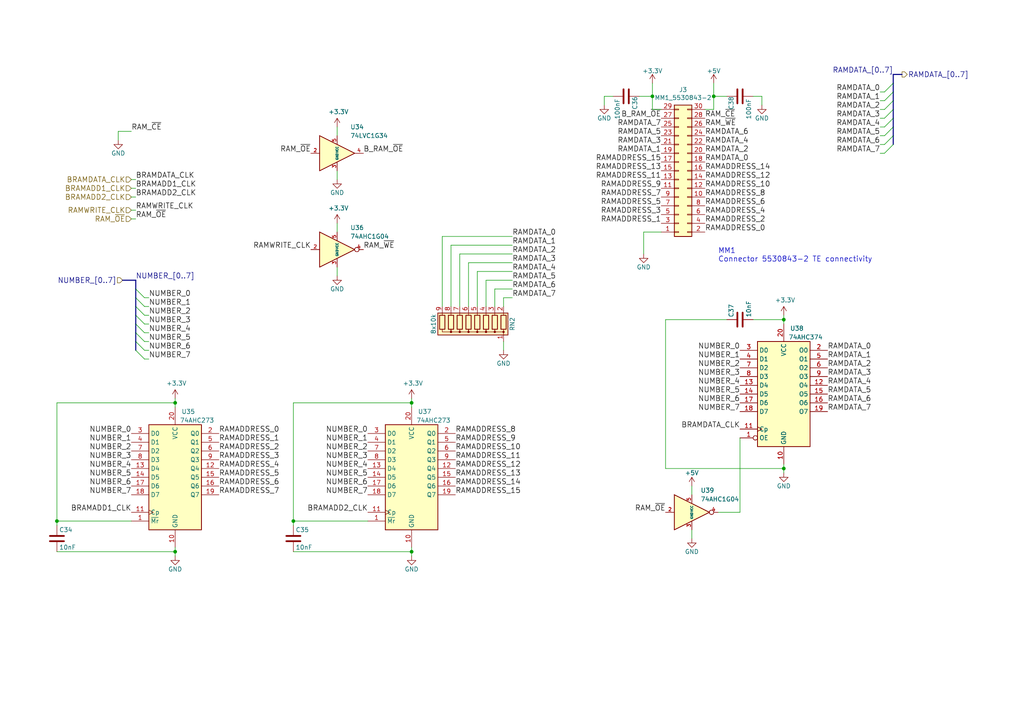
<source format=kicad_sch>
(kicad_sch (version 20211123) (generator eeschema)
  (paper "A4")
  (title_block (title "GP8B") (date "2022-07-08") (rev "V6.0") (company "Guillaume Guillet") (comment 1 "Copyright Guillaume Guillet 2022") (comment 2 "Licensed under CERN-OHL-W v2 or later"))
  (lib_symbols
    (symbol "74xx:74AHC273"
      (property "Reference" "U" (at -7.62 16.51 0))
      (property "Value" "74AHC273" (at -7.62 -16.51 0))
      (symbol "74AHC273_1_0"
        (pin input line (at -12.7 -12.7 0) (length 5.08) (name "~{Mr}") (number "1"))
        (pin power_in line (at 0 -20.32 90) (length 5.08) (name "GND") (number "10"))
        (pin input clock (at -12.7 -10.16 0) (length 5.08) (name "Cp") (number "11"))
        (pin output line (at 12.7 2.54 180) (length 5.08) (name "Q4") (number "12"))
        (pin input line (at -12.7 2.54 0) (length 5.08) (name "D4") (number "13"))
        (pin input line (at -12.7 0 0) (length 5.08) (name "D5") (number "14"))
        (pin output line (at 12.7 0 180) (length 5.08) (name "Q5") (number "15"))
        (pin output line (at 12.7 -2.54 180) (length 5.08) (name "Q6") (number "16"))
        (pin input line (at -12.7 -2.54 0) (length 5.08) (name "D6") (number "17"))
        (pin input line (at -12.7 -5.08 0) (length 5.08) (name "D7") (number "18"))
        (pin output line (at 12.7 -5.08 180) (length 5.08) (name "Q7") (number "19"))
        (pin output line (at 12.7 12.7 180) (length 5.08) (name "Q0") (number "2"))
        (pin power_in line (at 0 20.32 270) (length 5.08) (name "VCC") (number "20"))
        (pin input line (at -12.7 12.7 0) (length 5.08) (name "D0") (number "3"))
        (pin input line (at -12.7 10.16 0) (length 5.08) (name "D1") (number "4"))
        (pin output line (at 12.7 10.16 180) (length 5.08) (name "Q1") (number "5"))
        (pin output line (at 12.7 7.62 180) (length 5.08) (name "Q2") (number "6"))
        (pin input line (at -12.7 7.62 0) (length 5.08) (name "D2") (number "7"))
        (pin input line (at -12.7 5.08 0) (length 5.08) (name "D3") (number "8"))
        (pin output line (at 12.7 5.08 180) (length 5.08) (name "Q3") (number "9"))
      )
      (symbol "74AHC273_1_1"
        (rectangle (start -7.62 15.24) (end 7.62 -15.24) (stroke (width 0.254)) (fill (type background)))
      )
    )
    (symbol "74xx:74AHC374"
      (property "Reference" "U" (at -7.62 16.51 0))
      (property "Value" "74AHC374" (at -7.62 -16.51 0))
      (symbol "74AHC374_1_0"
        (pin input inverted (at -12.7 -12.7 0) (length 5.08) (name "OE") (number "1"))
        (pin power_in line (at 0 -20.32 90) (length 5.08) (name "GND") (number "10"))
        (pin input clock (at -12.7 -10.16 0) (length 5.08) (name "Cp") (number "11"))
        (pin tri_state line (at 12.7 2.54 180) (length 5.08) (name "O4") (number "12"))
        (pin input line (at -12.7 2.54 0) (length 5.08) (name "D4") (number "13"))
        (pin input line (at -12.7 0 0) (length 5.08) (name "D5") (number "14"))
        (pin tri_state line (at 12.7 0 180) (length 5.08) (name "O5") (number "15"))
        (pin tri_state line (at 12.7 -2.54 180) (length 5.08) (name "O6") (number "16"))
        (pin input line (at -12.7 -2.54 0) (length 5.08) (name "D6") (number "17"))
        (pin input line (at -12.7 -5.08 0) (length 5.08) (name "D7") (number "18"))
        (pin tri_state line (at 12.7 -5.08 180) (length 5.08) (name "O7") (number "19"))
        (pin tri_state line (at 12.7 12.7 180) (length 5.08) (name "O0") (number "2"))
        (pin power_in line (at 0 20.32 270) (length 5.08) (name "VCC") (number "20"))
        (pin input line (at -12.7 12.7 0) (length 5.08) (name "D0") (number "3"))
        (pin input line (at -12.7 10.16 0) (length 5.08) (name "D1") (number "4"))
        (pin tri_state line (at 12.7 10.16 180) (length 5.08) (name "O1") (number "5"))
        (pin tri_state line (at 12.7 7.62 180) (length 5.08) (name "O2") (number "6"))
        (pin input line (at -12.7 7.62 0) (length 5.08) (name "D2") (number "7"))
        (pin input line (at -12.7 5.08 0) (length 5.08) (name "D3") (number "8"))
        (pin tri_state line (at 12.7 5.08 180) (length 5.08) (name "O3") (number "9"))
      )
      (symbol "74AHC374_1_1"
        (rectangle (start -7.62 15.24) (end 7.62 -15.24) (stroke (width 0.254)) (fill (type background)))
      )
    )
    (symbol "Connector_Generic:Conn_02x15_Odd_Even" (pin_names (offset 1.016) hide)
      (property "Reference" "J" (at 1.27 20.32 0))
      (property "Value" "Conn_02x15_Odd_Even" (at 1.27 -20.32 0))
      (symbol "Conn_02x15_Odd_Even_1_1"
        (rectangle (start -1.27 -17.653) (end 0 -17.907) (stroke (width 0.1524)))
        (rectangle (start -1.27 -15.113) (end 0 -15.367) (stroke (width 0.1524)))
        (rectangle (start -1.27 -12.573) (end 0 -12.827) (stroke (width 0.1524)))
        (rectangle (start -1.27 -10.033) (end 0 -10.287) (stroke (width 0.1524)))
        (rectangle (start -1.27 -7.493) (end 0 -7.747) (stroke (width 0.1524)))
        (rectangle (start -1.27 -4.953) (end 0 -5.207) (stroke (width 0.1524)))
        (rectangle (start -1.27 -2.413) (end 0 -2.667) (stroke (width 0.1524)))
        (rectangle (start -1.27 0.127) (end 0 -0.127) (stroke (width 0.1524)))
        (rectangle (start -1.27 2.667) (end 0 2.413) (stroke (width 0.1524)))
        (rectangle (start -1.27 5.207) (end 0 4.953) (stroke (width 0.1524)))
        (rectangle (start -1.27 7.747) (end 0 7.493) (stroke (width 0.1524)))
        (rectangle (start -1.27 10.287) (end 0 10.033) (stroke (width 0.1524)))
        (rectangle (start -1.27 12.827) (end 0 12.573) (stroke (width 0.1524)))
        (rectangle (start -1.27 15.367) (end 0 15.113) (stroke (width 0.1524)))
        (rectangle (start -1.27 17.907) (end 0 17.653) (stroke (width 0.1524)))
        (rectangle (start -1.27 19.05) (end 3.81 -19.05) (stroke (width 0.254)) (fill (type background)))
        (rectangle (start 3.81 -17.653) (end 2.54 -17.907) (stroke (width 0.1524)))
        (rectangle (start 3.81 -15.113) (end 2.54 -15.367) (stroke (width 0.1524)))
        (rectangle (start 3.81 -12.573) (end 2.54 -12.827) (stroke (width 0.1524)))
        (rectangle (start 3.81 -10.033) (end 2.54 -10.287) (stroke (width 0.1524)))
        (rectangle (start 3.81 -7.493) (end 2.54 -7.747) (stroke (width 0.1524)))
        (rectangle (start 3.81 -4.953) (end 2.54 -5.207) (stroke (width 0.1524)))
        (rectangle (start 3.81 -2.413) (end 2.54 -2.667) (stroke (width 0.1524)))
        (rectangle (start 3.81 0.127) (end 2.54 -0.127) (stroke (width 0.1524)))
        (rectangle (start 3.81 2.667) (end 2.54 2.413) (stroke (width 0.1524)))
        (rectangle (start 3.81 5.207) (end 2.54 4.953) (stroke (width 0.1524)))
        (rectangle (start 3.81 7.747) (end 2.54 7.493) (stroke (width 0.1524)))
        (rectangle (start 3.81 10.287) (end 2.54 10.033) (stroke (width 0.1524)))
        (rectangle (start 3.81 12.827) (end 2.54 12.573) (stroke (width 0.1524)))
        (rectangle (start 3.81 15.367) (end 2.54 15.113) (stroke (width 0.1524)))
        (rectangle (start 3.81 17.907) (end 2.54 17.653) (stroke (width 0.1524)))
        (pin passive line (at -5.08 17.78 0) (length 3.81) (name "Pin_1") (number "1"))
        (pin passive line (at 7.62 7.62 180) (length 3.81) (name "Pin_10") (number "10"))
        (pin passive line (at -5.08 5.08 0) (length 3.81) (name "Pin_11") (number "11"))
        (pin passive line (at 7.62 5.08 180) (length 3.81) (name "Pin_12") (number "12"))
        (pin passive line (at -5.08 2.54 0) (length 3.81) (name "Pin_13") (number "13"))
        (pin passive line (at 7.62 2.54 180) (length 3.81) (name "Pin_14") (number "14"))
        (pin passive line (at -5.08 0 0) (length 3.81) (name "Pin_15") (number "15"))
        (pin passive line (at 7.62 0 180) (length 3.81) (name "Pin_16") (number "16"))
        (pin passive line (at -5.08 -2.54 0) (length 3.81) (name "Pin_17") (number "17"))
        (pin passive line (at 7.62 -2.54 180) (length 3.81) (name "Pin_18") (number "18"))
        (pin passive line (at -5.08 -5.08 0) (length 3.81) (name "Pin_19") (number "19"))
        (pin passive line (at 7.62 17.78 180) (length 3.81) (name "Pin_2") (number "2"))
        (pin passive line (at 7.62 -5.08 180) (length 3.81) (name "Pin_20") (number "20"))
        (pin passive line (at -5.08 -7.62 0) (length 3.81) (name "Pin_21") (number "21"))
        (pin passive line (at 7.62 -7.62 180) (length 3.81) (name "Pin_22") (number "22"))
        (pin passive line (at -5.08 -10.16 0) (length 3.81) (name "Pin_23") (number "23"))
        (pin passive line (at 7.62 -10.16 180) (length 3.81) (name "Pin_24") (number "24"))
        (pin passive line (at -5.08 -12.7 0) (length 3.81) (name "Pin_25") (number "25"))
        (pin passive line (at 7.62 -12.7 180) (length 3.81) (name "Pin_26") (number "26"))
        (pin passive line (at -5.08 -15.24 0) (length 3.81) (name "Pin_27") (number "27"))
        (pin passive line (at 7.62 -15.24 180) (length 3.81) (name "Pin_28") (number "28"))
        (pin passive line (at -5.08 -17.78 0) (length 3.81) (name "Pin_29") (number "29"))
        (pin passive line (at -5.08 15.24 0) (length 3.81) (name "Pin_3") (number "3"))
        (pin passive line (at 7.62 -17.78 180) (length 3.81) (name "Pin_30") (number "30"))
        (pin passive line (at 7.62 15.24 180) (length 3.81) (name "Pin_4") (number "4"))
        (pin passive line (at -5.08 12.7 0) (length 3.81) (name "Pin_5") (number "5"))
        (pin passive line (at 7.62 12.7 180) (length 3.81) (name "Pin_6") (number "6"))
        (pin passive line (at -5.08 10.16 0) (length 3.81) (name "Pin_7") (number "7"))
        (pin passive line (at 7.62 10.16 180) (length 3.81) (name "Pin_8") (number "8"))
        (pin passive line (at -5.08 7.62 0) (length 3.81) (name "Pin_9") (number "9"))
      )
    )
    (symbol "Custom:74AHC1G04"
      (property "Reference" "U" (at -5.08 7.62 0))
      (property "Value" "74AHC1G04" (at 7.62 7.62 0))
      (symbol "74AHC1G04_0_1"
        (polyline (pts (xy -5.08 5.08) (xy -5.08 -5.08) (xy 5.08 0) (xy -5.08 5.08)) (stroke (width 0.254)) (fill (type background)))
      )
      (symbol "74AHC1G04_1_1"
        (pin input line (at -7.62 0 0) (length 2.54) (name "~") (number "2"))
        (pin power_in line (at 0 -5.08 90) (length 2.54) (name "GND") (number "3"))
        (pin output inverted (at 7.62 0 180) (length 2.54) (name "~") (number "4"))
        (pin power_in line (at 0 5.08 270) (length 2.54) (name "VCC") (number "5"))
      )
    )
    (symbol "Custom:74LVC1G34"
      (property "Reference" "U" (at -5.08 7.62 0))
      (property "Value" "74LVC1G34" (at 7.62 7.62 0))
      (symbol "74LVC1G34_1_1"
        (polyline (pts (xy -5.08 5.08) (xy -5.08 -5.08) (xy 5.08 0) (xy -5.08 5.08)) (stroke (width 0.254)) (fill (type background)))
        (pin input line (at -7.62 0 0) (length 2.54) (name "~") (number "2"))
        (pin power_in line (at 0 -5.08 90) (length 2.54) (name "GND") (number "3"))
        (pin output line (at 7.62 0 180) (length 2.54) (name "~") (number "4"))
        (pin power_in line (at 0 5.08 270) (length 2.54) (name "VCC") (number "5"))
      )
    )
    (symbol "Device:C" (pin_numbers hide) (pin_names (offset 0.254))
      (property "Reference" "C" (at 0.635 2.54 0))
      (property "Value" "C" (at 0.635 -2.54 0))
      (symbol "C_0_1"
        (polyline (pts (xy -2.032 -0.762) (xy 2.032 -0.762)) (stroke (width 0.508)))
        (polyline (pts (xy -2.032 0.762) (xy 2.032 0.762)) (stroke (width 0.508)))
      )
      (symbol "C_1_1"
        (pin passive line (at 0 3.81 270) (length 2.794) (name "~") (number "1"))
        (pin passive line (at 0 -3.81 90) (length 2.794) (name "~") (number "2"))
      )
    )
    (symbol "Device:R_Network08" (pin_names (offset 0) hide)
      (property "Reference" "RN" (at -12.7 0 90))
      (property "Value" "R_Network08" (at 10.16 0 90))
      (symbol "R_Network08_0_1"
        (rectangle (start -11.43 -3.175) (end 8.89 3.175) (stroke (width 0.254)) (fill (type background)))
        (rectangle (start -10.922 1.524) (end -9.398 -2.54) (stroke (width 0.254)))
        (circle (center -10.16 2.286) (radius 0.254) (fill (type outline)))
        (rectangle (start -8.382 1.524) (end -6.858 -2.54) (stroke (width 0.254)))
        (circle (center -7.62 2.286) (radius 0.254) (fill (type outline)))
        (rectangle (start -5.842 1.524) (end -4.318 -2.54) (stroke (width 0.254)))
        (circle (center -5.08 2.286) (radius 0.254) (fill (type outline)))
        (rectangle (start -3.302 1.524) (end -1.778 -2.54) (stroke (width 0.254)))
        (circle (center -2.54 2.286) (radius 0.254) (fill (type outline)))
        (rectangle (start -0.762 1.524) (end 0.762 -2.54) (stroke (width 0.254)))
        (polyline (pts (xy -10.16 -2.54) (xy -10.16 -3.81)))
        (polyline (pts (xy -7.62 -2.54) (xy -7.62 -3.81)))
        (polyline (pts (xy -5.08 -2.54) (xy -5.08 -3.81)))
        (polyline (pts (xy -2.54 -2.54) (xy -2.54 -3.81)))
        (polyline (pts (xy 0 -2.54) (xy 0 -3.81)))
        (polyline (pts (xy 2.54 -2.54) (xy 2.54 -3.81)))
        (polyline (pts (xy 5.08 -2.54) (xy 5.08 -3.81)))
        (polyline (pts (xy 7.62 -2.54) (xy 7.62 -3.81)))
        (polyline (pts (xy -10.16 1.524) (xy -10.16 2.286) (xy -7.62 2.286) (xy -7.62 1.524)))
        (polyline (pts (xy -7.62 1.524) (xy -7.62 2.286) (xy -5.08 2.286) (xy -5.08 1.524)))
        (polyline (pts (xy -5.08 1.524) (xy -5.08 2.286) (xy -2.54 2.286) (xy -2.54 1.524)))
        (polyline (pts (xy -2.54 1.524) (xy -2.54 2.286) (xy 0 2.286) (xy 0 1.524)))
        (polyline (pts (xy 0 1.524) (xy 0 2.286) (xy 2.54 2.286) (xy 2.54 1.524)))
        (polyline (pts (xy 2.54 1.524) (xy 2.54 2.286) (xy 5.08 2.286) (xy 5.08 1.524)))
        (polyline (pts (xy 5.08 1.524) (xy 5.08 2.286) (xy 7.62 2.286) (xy 7.62 1.524)))
        (circle (center 0 2.286) (radius 0.254) (fill (type outline)))
        (rectangle (start 1.778 1.524) (end 3.302 -2.54) (stroke (width 0.254)))
        (circle (center 2.54 2.286) (radius 0.254) (fill (type outline)))
        (rectangle (start 4.318 1.524) (end 5.842 -2.54) (stroke (width 0.254)))
        (circle (center 5.08 2.286) (radius 0.254) (fill (type outline)))
        (rectangle (start 6.858 1.524) (end 8.382 -2.54) (stroke (width 0.254)))
      )
      (symbol "R_Network08_1_1"
        (pin passive line (at -10.16 5.08 270) (length 2.54) (name "common") (number "1"))
        (pin passive line (at -10.16 -5.08 90) (length 1.27) (name "R1") (number "2"))
        (pin passive line (at -7.62 -5.08 90) (length 1.27) (name "R2") (number "3"))
        (pin passive line (at -5.08 -5.08 90) (length 1.27) (name "R3") (number "4"))
        (pin passive line (at -2.54 -5.08 90) (length 1.27) (name "R4") (number "5"))
        (pin passive line (at 0 -5.08 90) (length 1.27) (name "R5") (number "6"))
        (pin passive line (at 2.54 -5.08 90) (length 1.27) (name "R6") (number "7"))
        (pin passive line (at 5.08 -5.08 90) (length 1.27) (name "R7") (number "8"))
        (pin passive line (at 7.62 -5.08 90) (length 1.27) (name "R8") (number "9"))
      )
    )
    (symbol "power:+3.3V" (power) (pin_names (offset 0))
      (property "Value" "+3.3V" (at 0 3.556 0))
      (symbol "+3.3V_0_1"
        (polyline (pts (xy -0.762 1.27) (xy 0 2.54)))
        (polyline (pts (xy 0 0) (xy 0 2.54)))
        (polyline (pts (xy 0 2.54) (xy 0.762 1.27)))
      )
      (symbol "+3.3V_1_1"
        (pin power_in line (at 0 0 90) (length 0) hide (name "+3.3V") (number "1"))
      )
    )
    (symbol "power:+5V" (power) (pin_names (offset 0))
      (property "Value" "+5V" (at 0 3.556 0))
      (symbol "+5V_0_1"
        (polyline (pts (xy -0.762 1.27) (xy 0 2.54)))
        (polyline (pts (xy 0 0) (xy 0 2.54)))
        (polyline (pts (xy 0 2.54) (xy 0.762 1.27)))
      )
      (symbol "+5V_1_1"
        (pin power_in line (at 0 0 90) (length 0) hide (name "+5V") (number "1"))
      )
    )
    (symbol "power:GND" (power) (pin_names (offset 0))
      (property "Value" "GND" (at 0 -3.81 0))
      (symbol "GND_0_1"
        (polyline (pts (xy 0 0) (xy 0 -1.27) (xy 1.27 -1.27) (xy 0 -2.54) (xy -1.27 -1.27) (xy 0 -1.27)))
      )
      (symbol "GND_1_1"
        (pin power_in line (at 0 0 270) (length 0) hide (name "GND") (number "1"))
      )
    )
  )
  (junction (at 16.51 151.13))
  (junction (at 207.01 27.94))
  (junction (at 119.38 116.84))
  (junction (at 189.23 27.94))
  (junction (at 227.33 135.89))
  (junction (at 50.8 160.02))
  (junction (at 227.33 92.71))
  (junction (at 85.09 151.13))
  (junction (at 50.8 116.84))
  (junction (at 119.38 160.02))
  (bus_entry (at 39.37 101.6) (size 2.54 2.54))
  (bus_entry (at 259.08 34.29) (size -2.54 2.54))
  (bus_entry (at 39.37 86.36) (size 2.54 2.54))
  (bus_entry (at 259.08 31.75) (size -2.54 2.54))
  (bus_entry (at 259.08 26.67) (size -2.54 2.54))
  (bus_entry (at 39.37 83.82) (size 2.54 2.54))
  (bus_entry (at 39.37 91.44) (size 2.54 2.54))
  (bus_entry (at 39.37 96.52) (size 2.54 2.54))
  (bus_entry (at 39.37 88.9) (size 2.54 2.54))
  (bus_entry (at 259.08 36.83) (size -2.54 2.54))
  (bus_entry (at 259.08 39.37) (size -2.54 2.54))
  (bus_entry (at 39.37 93.98) (size 2.54 2.54))
  (bus_entry (at 259.08 24.13) (size -2.54 2.54))
  (bus_entry (at 259.08 41.91) (size -2.54 2.54))
  (bus_entry (at 39.37 99.06) (size 2.54 2.54))
  (bus_entry (at 259.08 29.21) (size -2.54 2.54))
  (wire (pts (xy 97.79 67.31) (xy 97.79 64.77)))
  (wire (pts (xy 256.54 41.91) (xy 255.27 41.91)))
  (wire (pts (xy 138.43 78.74) (xy 138.43 88.9)))
  (wire (pts (xy 16.51 160.02) (xy 50.8 160.02)))
  (wire (pts (xy 135.89 76.2) (xy 148.59 76.2)))
  (wire (pts (xy 146.05 88.9) (xy 146.05 86.36)))
  (wire (pts (xy 140.97 88.9) (xy 140.97 81.28)))
  (wire (pts (xy 41.91 93.98) (xy 43.18 93.98)))
  (wire (pts (xy 186.69 67.31) (xy 186.69 73.66)))
  (wire (pts (xy 106.68 151.13) (xy 85.09 151.13)))
  (wire (pts (xy 256.54 26.67) (xy 255.27 26.67)))
  (wire (pts (xy 218.44 27.94) (xy 220.98 27.94)))
  (wire (pts (xy 41.91 96.52) (xy 43.18 96.52)))
  (wire (pts (xy 207.01 24.13) (xy 207.01 27.94)))
  (wire (pts (xy 135.89 88.9) (xy 135.89 76.2)))
  (wire (pts (xy 38.1 38.1) (xy 34.29 38.1)))
  (bus (pts (xy 39.37 91.44) (xy 39.37 93.98)))
  (wire (pts (xy 41.91 91.44) (xy 43.18 91.44)))
  (wire (pts (xy 43.18 86.36) (xy 41.91 86.36)))
  (wire (pts (xy 119.38 160.02) (xy 119.38 161.29)))
  (wire (pts (xy 41.91 99.06) (xy 43.18 99.06)))
  (wire (pts (xy 97.79 49.53) (xy 97.79 52.07)))
  (wire (pts (xy 38.1 151.13) (xy 16.51 151.13)))
  (wire (pts (xy 148.59 83.82) (xy 143.51 83.82)))
  (wire (pts (xy 16.51 116.84) (xy 50.8 116.84)))
  (wire (pts (xy 200.66 153.67) (xy 200.66 156.21)))
  (bus (pts (xy 259.08 36.83) (xy 259.08 39.37)))
  (wire (pts (xy 38.1 60.96) (xy 39.37 60.96)))
  (wire (pts (xy 177.8 27.94) (xy 175.26 27.94)))
  (wire (pts (xy 207.01 31.75) (xy 204.47 31.75)))
  (wire (pts (xy 38.1 57.15) (xy 39.37 57.15)))
  (wire (pts (xy 38.1 52.07) (xy 39.37 52.07)))
  (wire (pts (xy 133.35 73.66) (xy 133.35 88.9)))
  (wire (pts (xy 130.81 88.9) (xy 130.81 71.12)))
  (wire (pts (xy 97.79 39.37) (xy 97.79 36.83)))
  (wire (pts (xy 214.63 148.59) (xy 214.63 127)))
  (wire (pts (xy 189.23 24.13) (xy 189.23 27.94)))
  (wire (pts (xy 256.54 34.29) (xy 255.27 34.29)))
  (wire (pts (xy 175.26 27.94) (xy 175.26 30.48)))
  (wire (pts (xy 130.81 71.12) (xy 148.59 71.12)))
  (bus (pts (xy 39.37 83.82) (xy 39.37 86.36)))
  (wire (pts (xy 227.33 134.62) (xy 227.33 135.89)))
  (bus (pts (xy 259.08 29.21) (xy 259.08 31.75)))
  (bus (pts (xy 39.37 86.36) (xy 39.37 88.9)))
  (bus (pts (xy 259.08 21.59) (xy 261.62 21.59)))
  (wire (pts (xy 50.8 160.02) (xy 50.8 161.29)))
  (wire (pts (xy 227.33 135.89) (xy 227.33 137.16)))
  (wire (pts (xy 119.38 116.84) (xy 119.38 115.57)))
  (wire (pts (xy 256.54 31.75) (xy 255.27 31.75)))
  (wire (pts (xy 227.33 92.71) (xy 227.33 91.44)))
  (wire (pts (xy 227.33 92.71) (xy 227.33 93.98)))
  (wire (pts (xy 119.38 158.75) (xy 119.38 160.02)))
  (wire (pts (xy 50.8 158.75) (xy 50.8 160.02)))
  (wire (pts (xy 38.1 63.5) (xy 39.37 63.5)))
  (bus (pts (xy 259.08 21.59) (xy 259.08 24.13)))
  (wire (pts (xy 50.8 116.84) (xy 50.8 118.11)))
  (wire (pts (xy 16.51 151.13) (xy 16.51 116.84)))
  (wire (pts (xy 207.01 27.94) (xy 207.01 31.75)))
  (wire (pts (xy 256.54 36.83) (xy 255.27 36.83)))
  (bus (pts (xy 259.08 26.67) (xy 259.08 29.21)))
  (wire (pts (xy 41.91 104.14) (xy 43.18 104.14)))
  (wire (pts (xy 34.29 38.1) (xy 34.29 40.64)))
  (bus (pts (xy 39.37 93.98) (xy 39.37 96.52)))
  (wire (pts (xy 128.27 68.58) (xy 128.27 88.9)))
  (bus (pts (xy 259.08 31.75) (xy 259.08 34.29)))
  (bus (pts (xy 259.08 34.29) (xy 259.08 36.83)))
  (wire (pts (xy 200.66 140.97) (xy 200.66 143.51)))
  (wire (pts (xy 256.54 44.45) (xy 255.27 44.45)))
  (wire (pts (xy 220.98 27.94) (xy 220.98 30.48)))
  (wire (pts (xy 146.05 101.6) (xy 146.05 99.06)))
  (wire (pts (xy 119.38 160.02) (xy 85.09 160.02)))
  (wire (pts (xy 50.8 115.57) (xy 50.8 116.84)))
  (wire (pts (xy 148.59 68.58) (xy 128.27 68.58)))
  (wire (pts (xy 148.59 78.74) (xy 138.43 78.74)))
  (wire (pts (xy 189.23 31.75) (xy 191.77 31.75)))
  (wire (pts (xy 256.54 39.37) (xy 255.27 39.37)))
  (wire (pts (xy 41.91 88.9) (xy 43.18 88.9)))
  (wire (pts (xy 119.38 118.11) (xy 119.38 116.84)))
  (wire (pts (xy 38.1 54.61) (xy 39.37 54.61)))
  (wire (pts (xy 218.44 92.71) (xy 227.33 92.71)))
  (wire (pts (xy 41.91 101.6) (xy 43.18 101.6)))
  (wire (pts (xy 189.23 27.94) (xy 189.23 31.75)))
  (wire (pts (xy 185.42 27.94) (xy 189.23 27.94)))
  (bus (pts (xy 39.37 81.28) (xy 39.37 83.82)))
  (wire (pts (xy 207.01 27.94) (xy 210.82 27.94)))
  (wire (pts (xy 146.05 86.36) (xy 148.59 86.36)))
  (wire (pts (xy 186.69 67.31) (xy 191.77 67.31)))
  (wire (pts (xy 227.33 135.89) (xy 193.04 135.89)))
  (wire (pts (xy 193.04 135.89) (xy 193.04 92.71)))
  (wire (pts (xy 193.04 92.71) (xy 210.82 92.71)))
  (wire (pts (xy 148.59 73.66) (xy 133.35 73.66)))
  (wire (pts (xy 119.38 116.84) (xy 85.09 116.84)))
  (wire (pts (xy 85.09 152.4) (xy 85.09 151.13)))
  (bus (pts (xy 35.56 81.28) (xy 39.37 81.28)))
  (bus (pts (xy 39.37 88.9) (xy 39.37 91.44)))
  (bus (pts (xy 39.37 96.52) (xy 39.37 99.06)))
  (wire (pts (xy 97.79 77.47) (xy 97.79 80.01)))
  (wire (pts (xy 256.54 29.21) (xy 255.27 29.21)))
  (wire (pts (xy 208.28 148.59) (xy 214.63 148.59)))
  (wire (pts (xy 16.51 152.4) (xy 16.51 151.13)))
  (bus (pts (xy 259.08 39.37) (xy 259.08 41.91)))
  (bus (pts (xy 259.08 24.13) (xy 259.08 26.67)))
  (wire (pts (xy 140.97 81.28) (xy 148.59 81.28)))
  (bus (pts (xy 39.37 99.06) (xy 39.37 101.6)))
  (wire (pts (xy 143.51 83.82) (xy 143.51 88.9)))
  (wire (pts (xy 85.09 116.84) (xy 85.09 151.13)))
  (text "MM1\nConnector 5530843-2 TE connectivity" (at 208.28 76.2 0) (effects (font (size 1.524 1.524)) (justify left bottom)))
  (label "RAMDATA_4" (at 148.59 78.74 0) (effects (font (size 1.524 1.524))))
  (label "NUMBER_4" (at 38.1 135.89 180) (effects (font (size 1.524 1.524))))
  (label "RAMADDRESS_2" (at 204.47 64.77 0) (effects (font (size 1.524 1.524))))
  (label "NUMBER_0" (at 38.1 125.73 180) (effects (font (size 1.524 1.524))))
  (label "RAMDATA_5" (at 240.03 114.3 0) (effects (font (size 1.524 1.524))))
  (label "RAMADDRESS_8" (at 132.08 125.73 0) (effects (font (size 1.524 1.524))))
  (label "RAMADDRESS_9" (at 191.77 54.61 180) (effects (font (size 1.524 1.524))))
  (label "RAMADDRESS_1" (at 63.5 128.27 0) (effects (font (size 1.524 1.524))))
  (label "RAM_~{OE}" (at 193.04 148.59 180) (effects (font (size 1.524 1.524))))
  (label "NUMBER_0" (at 43.18 86.36 0) (effects (font (size 1.524 1.524))))
  (label "NUMBER_3" (at 43.18 93.98 0) (effects (font (size 1.524 1.524))))
  (label "B_RAM_~{OE}" (at 191.77 34.29 180) (effects (font (size 1.524 1.524))))
  (label "RAMDATA_0" (at 148.59 68.58 0) (effects (font (size 1.524 1.524))))
  (label "NUMBER_4" (at 106.68 135.89 180) (effects (font (size 1.524 1.524))))
  (label "NUMBER_7" (at 38.1 143.51 180) (effects (font (size 1.524 1.524))))
  (label "NUMBER_1" (at 43.18 88.9 0) (effects (font (size 1.524 1.524))))
  (label "BRAMADD2_CLK" (at 106.68 148.59 180) (effects (font (size 1.524 1.524))))
  (label "RAMADDRESS_6" (at 63.5 140.97 0) (effects (font (size 1.524 1.524))))
  (label "RAMADDRESS_7" (at 63.5 143.51 0) (effects (font (size 1.524 1.524))))
  (label "NUMBER_2" (at 38.1 130.81 180) (effects (font (size 1.524 1.524))))
  (label "RAMADDRESS_14" (at 132.08 140.97 0) (effects (font (size 1.524 1.524))))
  (label "RAMDATA_2" (at 204.47 44.45 0) (effects (font (size 1.524 1.524))))
  (label "RAMWRITE_CLK" (at 39.37 60.96 0) (effects (font (size 1.524 1.524))))
  (label "NUMBER_7" (at 214.63 119.38 180) (effects (font (size 1.524 1.524))))
  (label "RAMDATA_7" (at 255.27 44.45 180) (effects (font (size 1.524 1.524))))
  (label "RAMDATA_2" (at 255.27 31.75 180) (effects (font (size 1.524 1.524))))
  (label "NUMBER_2" (at 106.68 130.81 180) (effects (font (size 1.524 1.524))))
  (label "NUMBER_7" (at 43.18 104.14 0) (effects (font (size 1.524 1.524))))
  (label "NUMBER_6" (at 43.18 101.6 0) (effects (font (size 1.524 1.524))))
  (label "NUMBER_2" (at 43.18 91.44 0) (effects (font (size 1.524 1.524))))
  (label "RAMDATA_7" (at 148.59 86.36 0) (effects (font (size 1.524 1.524))))
  (label "RAMDATA_0" (at 255.27 26.67 180) (effects (font (size 1.524 1.524))))
  (label "RAMADDRESS_12" (at 204.47 52.07 0) (effects (font (size 1.524 1.524))))
  (label "NUMBER_5" (at 106.68 138.43 180) (effects (font (size 1.524 1.524))))
  (label "NUMBER_5" (at 38.1 138.43 180) (effects (font (size 1.524 1.524))))
  (label "RAMADDRESS_7" (at 191.77 57.15 180) (effects (font (size 1.524 1.524))))
  (label "NUMBER_[0..7]" (at 39.37 81.28 0) (effects (font (size 1.524 1.524))))
  (label "B_RAM_~{OE}" (at 105.41 44.45 0) (effects (font (size 1.524 1.524))))
  (label "RAM_~{CE}" (at 38.1 38.1 0) (effects (font (size 1.524 1.524))))
  (label "RAMADDRESS_4" (at 204.47 62.23 0) (effects (font (size 1.524 1.524))))
  (label "RAM_~{CE}" (at 204.47 34.29 0) (effects (font (size 1.524 1.524))))
  (label "NUMBER_3" (at 106.68 133.35 180) (effects (font (size 1.524 1.524))))
  (label "BRAMDATA_CLK" (at 214.63 124.46 180) (effects (font (size 1.524 1.524))))
  (label "RAMADDRESS_4" (at 63.5 135.89 0) (effects (font (size 1.524 1.524))))
  (label "RAMDATA_3" (at 240.03 109.22 0) (effects (font (size 1.524 1.524))))
  (label "RAMDATA_5" (at 191.77 39.37 180) (effects (font (size 1.524 1.524))))
  (label "RAMDATA_4" (at 255.27 36.83 180) (effects (font (size 1.524 1.524))))
  (label "RAM_~{OE}" (at 90.17 44.45 180) (effects (font (size 1.524 1.524))))
  (label "RAMDATA_4" (at 204.47 41.91 0) (effects (font (size 1.524 1.524))))
  (label "RAMADDRESS_13" (at 191.77 49.53 180) (effects (font (size 1.524 1.524))))
  (label "NUMBER_3" (at 214.63 109.22 180) (effects (font (size 1.524 1.524))))
  (label "RAMDATA_6" (at 240.03 116.84 0) (effects (font (size 1.524 1.524))))
  (label "NUMBER_6" (at 106.68 140.97 180) (effects (font (size 1.524 1.524))))
  (label "RAMDATA_7" (at 191.77 36.83 180) (effects (font (size 1.524 1.524))))
  (label "NUMBER_6" (at 214.63 116.84 180) (effects (font (size 1.524 1.524))))
  (label "NUMBER_3" (at 38.1 133.35 180) (effects (font (size 1.524 1.524))))
  (label "RAMDATA_2" (at 148.59 73.66 0) (effects (font (size 1.524 1.524))))
  (label "BRAMADD2_CLK" (at 39.37 57.15 0) (effects (font (size 1.524 1.524))))
  (label "RAMADDRESS_6" (at 204.47 59.69 0) (effects (font (size 1.524 1.524))))
  (label "RAMDATA_3" (at 191.77 41.91 180) (effects (font (size 1.524 1.524))))
  (label "RAMADDRESS_0" (at 63.5 125.73 0) (effects (font (size 1.524 1.524))))
  (label "RAMADDRESS_1" (at 191.77 64.77 180) (effects (font (size 1.524 1.524))))
  (label "RAMADDRESS_15" (at 191.77 46.99 180) (effects (font (size 1.524 1.524))))
  (label "RAMDATA_4" (at 240.03 111.76 0) (effects (font (size 1.524 1.524))))
  (label "RAMADDRESS_5" (at 63.5 138.43 0) (effects (font (size 1.524 1.524))))
  (label "NUMBER_0" (at 106.68 125.73 180) (effects (font (size 1.524 1.524))))
  (label "BRAMADD1_CLK" (at 39.37 54.61 0) (effects (font (size 1.524 1.524))))
  (label "RAMADDRESS_2" (at 63.5 130.81 0) (effects (font (size 1.524 1.524))))
  (label "NUMBER_5" (at 214.63 114.3 180) (effects (font (size 1.524 1.524))))
  (label "RAMADDRESS_14" (at 204.47 49.53 0) (effects (font (size 1.524 1.524))))
  (label "RAMDATA_1" (at 148.59 71.12 0) (effects (font (size 1.524 1.524))))
  (label "RAMDATA_[0..7]" (at 259.08 21.59 180) (effects (font (size 1.524 1.524))))
  (label "RAMADDRESS_10" (at 204.47 54.61 0) (effects (font (size 1.524 1.524))))
  (label "RAM_~{WE}" (at 105.41 72.39 0) (effects (font (size 1.524 1.524))))
  (label "RAMADDRESS_5" (at 191.77 59.69 180) (effects (font (size 1.524 1.524))))
  (label "RAMADDRESS_3" (at 63.5 133.35 0) (effects (font (size 1.524 1.524))))
  (label "RAMDATA_3" (at 148.59 76.2 0) (effects (font (size 1.524 1.524))))
  (label "RAMDATA_5" (at 255.27 39.37 180) (effects (font (size 1.524 1.524))))
  (label "NUMBER_1" (at 106.68 128.27 180) (effects (font (size 1.524 1.524))))
  (label "RAM_~{OE}" (at 39.37 63.5 0) (effects (font (size 1.524 1.524))))
  (label "RAMDATA_1" (at 191.77 44.45 180) (effects (font (size 1.524 1.524))))
  (label "RAMADDRESS_8" (at 204.47 57.15 0) (effects (font (size 1.524 1.524))))
  (label "NUMBER_2" (at 214.63 106.68 180) (effects (font (size 1.524 1.524))))
  (label "RAMDATA_2" (at 240.03 106.68 0) (effects (font (size 1.524 1.524))))
  (label "RAMDATA_6" (at 204.47 39.37 0) (effects (font (size 1.524 1.524))))
  (label "BRAMDATA_CLK" (at 39.37 52.07 0) (effects (font (size 1.524 1.524))))
  (label "RAM_~{WE}" (at 204.47 36.83 0) (effects (font (size 1.524 1.524))))
  (label "RAMWRITE_CLK" (at 90.17 72.39 180) (effects (font (size 1.524 1.524))))
  (label "NUMBER_7" (at 106.68 143.51 180) (effects (font (size 1.524 1.524))))
  (label "NUMBER_1" (at 214.63 104.14 180) (effects (font (size 1.524 1.524))))
  (label "RAMDATA_7" (at 240.03 119.38 0) (effects (font (size 1.524 1.524))))
  (label "RAMDATA_1" (at 255.27 29.21 180) (effects (font (size 1.524 1.524))))
  (label "BRAMADD1_CLK" (at 38.1 148.59 180) (effects (font (size 1.524 1.524))))
  (label "RAMDATA_6" (at 255.27 41.91 180) (effects (font (size 1.524 1.524))))
  (label "NUMBER_0" (at 214.63 101.6 180) (effects (font (size 1.524 1.524))))
  (label "NUMBER_6" (at 38.1 140.97 180) (effects (font (size 1.524 1.524))))
  (label "RAMADDRESS_11" (at 132.08 133.35 0) (effects (font (size 1.524 1.524))))
  (label "RAMADDRESS_15" (at 132.08 143.51 0) (effects (font (size 1.524 1.524))))
  (label "RAMDATA_0" (at 240.03 101.6 0) (effects (font (size 1.524 1.524))))
  (label "RAMADDRESS_0" (at 204.47 67.31 0) (effects (font (size 1.524 1.524))))
  (label "RAMDATA_5" (at 148.59 81.28 0) (effects (font (size 1.524 1.524))))
  (label "RAMDATA_6" (at 148.59 83.82 0) (effects (font (size 1.524 1.524))))
  (label "RAMDATA_0" (at 204.47 46.99 0) (effects (font (size 1.524 1.524))))
  (label "RAMDATA_1" (at 240.03 104.14 0) (effects (font (size 1.524 1.524))))
  (label "NUMBER_4" (at 43.18 96.52 0) (effects (font (size 1.524 1.524))))
  (label "RAMADDRESS_13" (at 132.08 138.43 0) (effects (font (size 1.524 1.524))))
  (label "NUMBER_1" (at 38.1 128.27 180) (effects (font (size 1.524 1.524))))
  (label "NUMBER_4" (at 214.63 111.76 180) (effects (font (size 1.524 1.524))))
  (label "RAMADDRESS_11" (at 191.77 52.07 180) (effects (font (size 1.524 1.524))))
  (label "RAMADDRESS_12" (at 132.08 135.89 0) (effects (font (size 1.524 1.524))))
  (label "RAMDATA_3" (at 255.27 34.29 180) (effects (font (size 1.524 1.524))))
  (label "RAMADDRESS_10" (at 132.08 130.81 0) (effects (font (size 1.524 1.524))))
  (label "RAMADDRESS_9" (at 132.08 128.27 0) (effects (font (size 1.524 1.524))))
  (label "RAMADDRESS_3" (at 191.77 62.23 180) (effects (font (size 1.524 1.524))))
  (label "NUMBER_5" (at 43.18 99.06 0) (effects (font (size 1.524 1.524))))
  (hierarchical_label "BRAMADD1_CLK" (shape input) (at 38.1 54.61 180) (effects (font (size 1.524 1.524))))
  (hierarchical_label "NUMBER_[0..7]" (shape input) (at 35.56 81.28 180) (effects (font (size 1.524 1.524))))
  (hierarchical_label "BRAMADD2_CLK" (shape input) (at 38.1 57.15 180) (effects (font (size 1.524 1.524))))
  (hierarchical_label "RAMDATA_[0..7]" (shape output) (at 261.62 21.59 0) (effects (font (size 1.524 1.524))))
  (hierarchical_label "RAMWRITE_CLK" (shape input) (at 38.1 60.96 180) (effects (font (size 1.524 1.524))))
  (hierarchical_label "RAM_~{OE}" (shape input) (at 38.1 63.5 180) (effects (font (size 1.524 1.524))))
  (hierarchical_label "BRAMDATA_CLK" (shape input) (at 38.1 52.07 180) (effects (font (size 1.524 1.524))))
  (symbol (lib_id "power:GND") (at 186.69 73.66 0) (unit 1)
    (property "Reference" "#PWR082" (effects hide))
    (property "Value" "GND" (at 186.69 77.47 0))
  )
  (symbol (lib_id "power:+5V") (at 207.01 24.13 0) (unit 1)
    (property "Reference" "#PWR083" (effects hide))
    (property "Value" "+5V" (at 207.01 20.574 0))
  )
  (symbol (lib_id "power:+3.3V") (at 189.23 24.13 0) (unit 1)
    (property "Reference" "#PWR084" (effects hide))
    (property "Value" "+3.3V" (at 189.23 20.574 0))
  )
  (symbol (lib_id "Device:C") (at 181.61 27.94 270) (unit 1)
    (property "Reference" "C36" (at 184.15 27.94 0) (effects (justify left)))
    (property "Value" "100nF" (at 179.07 28.575 0) (effects (justify left)))
    (property "Footprint" "Capacitor_SMD:C_0805_2012Metric" (effects hide))
  )
  (symbol (lib_id "Device:C") (at 214.63 27.94 90) (mirror x) (unit 1)
    (property "Reference" "C38" (at 212.09 27.94 0) (effects (justify left)))
    (property "Value" "100nF" (at 217.17 28.575 0) (effects (justify left)))
    (property "Footprint" "Capacitor_SMD:C_0805_2012Metric" (effects hide))
  )
  (symbol (lib_id "power:GND") (at 220.98 30.48 0) (unit 1)
    (property "Reference" "#PWR085" (effects hide))
    (property "Value" "GND" (at 220.98 34.29 0))
  )
  (symbol (lib_id "power:GND") (at 175.26 30.48 0) (mirror y) (unit 1)
    (property "Reference" "#PWR086" (effects hide))
    (property "Value" "GND" (at 175.26 34.29 0))
  )
  (symbol (lib_id "power:GND") (at 34.29 40.64 0) (unit 1)
    (property "Reference" "#PWR087" (effects hide))
    (property "Value" "GND" (at 34.29 44.45 0))
  )
  (symbol (lib_id "power:GND") (at 227.33 137.16 0) (unit 1)
    (property "Reference" "#PWR089" (effects hide))
    (property "Value" "GND" (at 227.33 140.97 0))
  )
  (symbol (lib_id "Device:C") (at 214.63 92.71 90) (unit 1)
    (property "Reference" "C37" (at 212.09 92.075 0) (effects (justify left)))
    (property "Value" "10nF" (at 217.17 92.075 0) (effects (justify left)))
    (property "Footprint" "Capacitor_SMD:C_0805_2012Metric" (effects hide))
  )
  (symbol (lib_id "power:GND") (at 50.8 161.29 0) (unit 1)
    (property "Reference" "#PWR097" (effects hide))
    (property "Value" "GND" (at 50.8 165.1 0))
  )
  (symbol (lib_id "Device:C") (at 16.51 156.21 0) (unit 1)
    (property "Reference" "C34" (at 17.145 153.67 0) (effects (justify left)))
    (property "Value" "10nF" (at 17.145 158.75 0) (effects (justify left)))
    (property "Footprint" "Capacitor_SMD:C_0805_2012Metric" (effects hide))
  )
  (symbol (lib_id "power:GND") (at 119.38 161.29 0) (unit 1)
    (property "Reference" "#PWR099" (effects hide))
    (property "Value" "GND" (at 119.38 165.1 0))
  )
  (symbol (lib_id "Device:C") (at 85.09 156.21 0) (unit 1)
    (property "Reference" "C35" (at 85.725 153.67 0) (effects (justify left)))
    (property "Value" "10nF" (at 85.725 158.75 0) (effects (justify left)))
    (property "Footprint" "Capacitor_SMD:C_0805_2012Metric" (effects hide))
  )
  (symbol (lib_id "Device:R_Network08") (at 135.89 93.98 180) (unit 1)
    (property "Reference" "RN2" (at 148.59 93.98 90))
    (property "Value" "8x10k" (at 125.73 93.98 90))
    (property "Footprint" "Resistor_THT:R_Array_SIP9" (effects hide))
  )
  (symbol (lib_id "power:GND") (at 146.05 101.6 0) (unit 1)
    (property "Reference" "#PWR0100" (effects hide))
    (property "Value" "GND" (at 146.05 105.41 0))
  )
  (symbol (lib_id "power:GND") (at 97.79 80.01 0) (unit 1)
    (property "Reference" "#PWR0118" (effects hide))
    (property "Value" "GND" (at 97.79 83.82 0))
  )
  (symbol (lib_id "Connector_Generic:Conn_02x15_Odd_Even") (at 196.85 49.53 0) (mirror x) (unit 1)
    (property "Reference" "J3" (at 198.12 26.035 0))
    (property "Value" "MM1_5530843-2" (at 198.12 28.3464 0))
    (property "Footprint" "TE5530843-2:TE_5530843-2" (effects hide))
  )
  (symbol (lib_id "power:+5V") (at 200.66 140.97 0) (unit 1)
    (property "Reference" "#PWR0119" (effects hide))
    (property "Value" "+5V" (at 200.66 137.16 0))
  )
  (symbol (lib_id "power:GND") (at 200.66 156.21 0) (unit 1)
    (property "Reference" "#PWR0120" (effects hide))
    (property "Value" "GND" (at 200.66 160.02 0))
  )
  (symbol (lib_id "74xx:74AHC374") (at 227.33 114.3 0) (unit 1)
    (property "Reference" "U38" (at 231.14 95.25 0))
    (property "Value" "74AHC374" (at 233.68 97.79 0))
    (property "Footprint" "Package_SO:SOIC-20W_7.5x12.8mm_P1.27mm" (effects hide))
    (property "Datasheet" "https://assets.nexperia.com/documents/data-sheet/74AHC_AHCT374.pdf" (effects hide))
  )
  (symbol (lib_id "74xx:74AHC273") (at 50.8 138.43 0) (unit 1)
    (property "Reference" "U35" (at 54.61 119.38 0))
    (property "Value" "74AHC273" (at 57.15 121.92 0))
    (property "Footprint" "Package_SO:SOIC-20W_7.5x12.8mm_P1.27mm" (effects hide))
    (property "Datasheet" "https://assets.nexperia.com/documents/data-sheet/74AHC_AHCT273.pdf" (effects hide))
  )
  (symbol (lib_id "74xx:74AHC273") (at 119.38 138.43 0) (unit 1)
    (property "Reference" "U37" (at 123.19 119.38 0))
    (property "Value" "74AHC273" (at 125.73 121.92 0))
    (property "Footprint" "Package_SO:SOIC-20W_7.5x12.8mm_P1.27mm" (effects hide))
    (property "Datasheet" "https://assets.nexperia.com/documents/data-sheet/74AHC_AHCT273.pdf" (effects hide))
  )
  (symbol (lib_id "power:+3.3V") (at 50.8 115.57 0) (unit 1)
    (property "Reference" "#PWR0154" (effects hide))
    (property "Value" "+3.3V" (at 51.181 111.1758 0))
  )
  (symbol (lib_id "power:+3.3V") (at 119.38 115.57 0) (unit 1)
    (property "Reference" "#PWR0155" (effects hide))
    (property "Value" "+3.3V" (at 119.761 111.1758 0))
  )
  (symbol (lib_id "power:+3.3V") (at 227.33 91.44 0) (unit 1)
    (property "Reference" "#PWR0156" (effects hide))
    (property "Value" "+3.3V" (at 227.711 87.0458 0))
  )
  (symbol (lib_id "power:+3.3V") (at 97.79 64.77 0) (unit 1)
    (property "Reference" "#PWR0117" (effects hide))
    (property "Value" "+3.3V" (at 98.171 60.3758 0))
  )
  (symbol (lib_id "Custom:74AHC1G04") (at 97.79 72.39 0) (unit 1)
    (property "Reference" "U36" (at 101.6 66.04 0) (effects (justify left)))
    (property "Value" "74AHC1G04" (at 101.6 68.58 0) (effects (justify left)))
    (property "Footprint" "Package_TO_SOT_SMD:SOT-23-5" (effects hide))
    (property "Datasheet" "https://assets.nexperia.com/documents/data-sheet/74AHC_AHCT1G04.pdf" (effects hide))
  )
  (symbol (lib_id "Custom:74AHC1G04") (at 200.66 148.59 0) (unit 1)
    (property "Reference" "U39" (at 203.2 142.24 0) (effects (justify left)))
    (property "Value" "74AHC1G04" (at 203.2 144.78 0) (effects (justify left)))
    (property "Footprint" "Package_TO_SOT_SMD:SOT-23-5" (effects hide))
    (property "Datasheet" "https://assets.nexperia.com/documents/data-sheet/74AHC_AHCT1G04.pdf" (effects hide))
  )
  (symbol (lib_id "Custom:74LVC1G34") (at 97.79 44.45 0) (unit 1)
    (property "Reference" "U34" (at 101.6 36.83 0) (effects (justify left)))
    (property "Value" "74LVC1G34" (at 101.6 39.37 0) (effects (justify left)))
    (property "Footprint" "Package_TO_SOT_SMD:SOT-23-5" (effects hide))
    (property "Datasheet" "https://assets.nexperia.com/documents/data-sheet/74LVC1G34.pdf" (effects hide))
  )
  (symbol (lib_id "power:+3.3V") (at 97.79 36.83 0) (unit 1)
    (property "Reference" "#PWR0157" (effects hide))
    (property "Value" "+3.3V" (at 98.171 32.4358 0))
  )
  (symbol (lib_id "power:GND") (at 97.79 52.07 0) (unit 1)
    (property "Reference" "#PWR0158" (effects hide))
    (property "Value" "GND" (at 97.79 55.88 0))
  )
)
</source>
